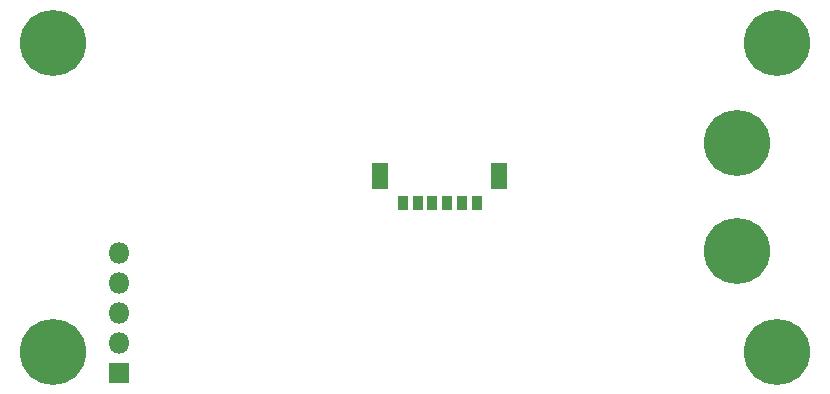
<source format=gbr>
%TF.GenerationSoftware,KiCad,Pcbnew,5.1.6-1.fc32*%
%TF.CreationDate,2020-07-03T14:53:20+01:00*%
%TF.ProjectId,4dc,3464632e-6b69-4636-9164-5f7063625858,rev?*%
%TF.SameCoordinates,Original*%
%TF.FileFunction,Soldermask,Bot*%
%TF.FilePolarity,Negative*%
%FSLAX46Y46*%
G04 Gerber Fmt 4.6, Leading zero omitted, Abs format (unit mm)*
G04 Created by KiCad (PCBNEW 5.1.6-1.fc32) date 2020-07-03 14:53:20*
%MOMM*%
%LPD*%
G01*
G04 APERTURE LIST*
%ADD10R,1.400000X2.250000*%
%ADD11R,0.900000X1.300000*%
%ADD12O,1.800000X1.800000*%
%ADD13R,1.800000X1.800000*%
%ADD14C,5.600000*%
G04 APERTURE END LIST*
D10*
%TO.C,J2*%
X136707000Y-92320000D03*
X146757000Y-92320000D03*
D11*
X144857000Y-94615000D03*
X143607000Y-94615000D03*
X142357000Y-94615000D03*
X141107000Y-94615000D03*
X139857000Y-94615000D03*
X138607000Y-94615000D03*
%TD*%
D12*
%TO.C,J1*%
X114554000Y-98806000D03*
X114554000Y-101346000D03*
X114554000Y-103886000D03*
X114554000Y-106426000D03*
D13*
X114554000Y-108966000D03*
%TD*%
D14*
%TO.C,REF\u002A\u002A*%
X170307000Y-81026000D03*
%TD*%
%TO.C,GND*%
X166878000Y-89535000D03*
%TD*%
%TO.C,GND*%
X170307000Y-107188000D03*
%TD*%
%TO.C,+12V*%
X166878000Y-98679000D03*
%TD*%
%TO.C,REF\u002A\u002A*%
X108966000Y-81026000D03*
%TD*%
%TO.C,REF\u002A\u002A*%
X108966000Y-107188000D03*
%TD*%
M02*

</source>
